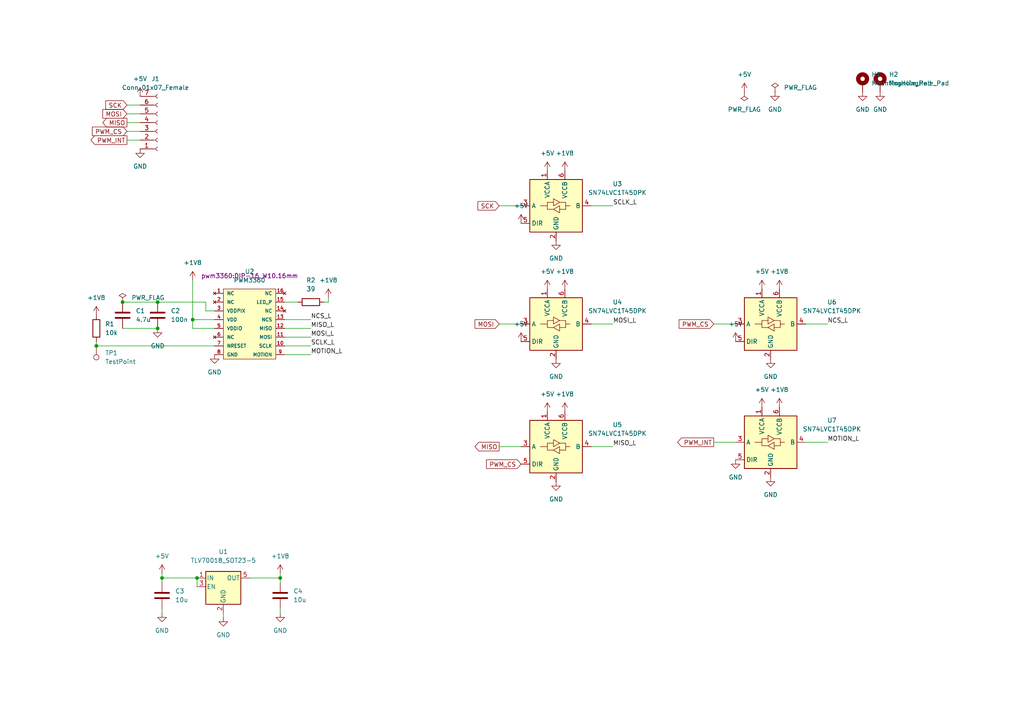
<source format=kicad_sch>
(kicad_sch (version 20211123) (generator eeschema)
  (paper "A4")
  (lib_symbols
    (symbol "Connector:Conn_01x07_Female" (pin_names (offset 1.016) hide)
      (property "Reference" "J" (at 0 10.16 0))
      (property "Value" "Conn_01x07_Female" (at 0 -10.16 0))
      (symbol "Conn_01x07_Female_1_1"
        (arc (start 0 -7.112) (mid -0.508 -7.62) (end 0 -8.128) (stroke (width 0.1524)))
        (arc (start 0 -4.572) (mid -0.508 -5.08) (end 0 -5.588) (stroke (width 0.1524)))
        (arc (start 0 -2.032) (mid -0.508 -2.54) (end 0 -3.048) (stroke (width 0.1524)))
        (polyline (pts (xy -1.27 -7.62) (xy -0.508 -7.62)) (stroke (width 0.1524)))
        (polyline (pts (xy -1.27 -5.08) (xy -0.508 -5.08)) (stroke (width 0.1524)))
        (polyline (pts (xy -1.27 -2.54) (xy -0.508 -2.54)) (stroke (width 0.1524)))
        (polyline (pts (xy -1.27 0) (xy -0.508 0)) (stroke (width 0.1524)))
        (polyline (pts (xy -1.27 2.54) (xy -0.508 2.54)) (stroke (width 0.1524)))
        (polyline (pts (xy -1.27 5.08) (xy -0.508 5.08)) (stroke (width 0.1524)))
        (polyline (pts (xy -1.27 7.62) (xy -0.508 7.62)) (stroke (width 0.1524)))
        (arc (start 0 0.508) (mid -0.508 0) (end 0 -0.508) (stroke (width 0.1524)))
        (arc (start 0 3.048) (mid -0.508 2.54) (end 0 2.032) (stroke (width 0.1524)))
        (arc (start 0 5.588) (mid -0.508 5.08) (end 0 4.572) (stroke (width 0.1524)))
        (arc (start 0 8.128) (mid -0.508 7.62) (end 0 7.112) (stroke (width 0.1524)))
        (pin passive line (at -5.08 7.62 0) (length 3.81) (name "Pin_1") (number "1"))
        (pin passive line (at -5.08 5.08 0) (length 3.81) (name "Pin_2") (number "2"))
        (pin passive line (at -5.08 2.54 0) (length 3.81) (name "Pin_3") (number "3"))
        (pin passive line (at -5.08 0 0) (length 3.81) (name "Pin_4") (number "4"))
        (pin passive line (at -5.08 -2.54 0) (length 3.81) (name "Pin_5") (number "5"))
        (pin passive line (at -5.08 -5.08 0) (length 3.81) (name "Pin_6") (number "6"))
        (pin passive line (at -5.08 -7.62 0) (length 3.81) (name "Pin_7") (number "7"))
      )
    )
    (symbol "Connector:TestPoint" (pin_numbers hide) (pin_names (offset 0.762) hide)
      (property "Reference" "TP" (at 0 6.858 0))
      (property "Value" "TestPoint" (at 0 5.08 0))
      (symbol "TestPoint_0_1"
        (circle (center 0 3.302) (radius 0.762))
      )
      (symbol "TestPoint_1_1"
        (pin passive line (at 0 0 90) (length 2.54) (name "1") (number "1"))
      )
    )
    (symbol "Device:C" (pin_numbers hide) (pin_names (offset 0.254))
      (property "Reference" "C" (at 0.635 2.54 0))
      (property "Value" "C" (at 0.635 -2.54 0))
      (symbol "C_0_1"
        (polyline (pts (xy -2.032 -0.762) (xy 2.032 -0.762)) (stroke (width 0.508)))
        (polyline (pts (xy -2.032 0.762) (xy 2.032 0.762)) (stroke (width 0.508)))
      )
      (symbol "C_1_1"
        (pin passive line (at 0 3.81 270) (length 2.794) (name "~") (number "1"))
        (pin passive line (at 0 -3.81 90) (length 2.794) (name "~") (number "2"))
      )
    )
    (symbol "Device:R" (pin_numbers hide) (pin_names (offset 0))
      (property "Reference" "R" (at 2.032 0 90))
      (property "Value" "R" (at 0 0 90))
      (symbol "R_0_1"
        (rectangle (start -1.016 -2.54) (end 1.016 2.54) (stroke (width 0.254)))
      )
      (symbol "R_1_1"
        (pin passive line (at 0 3.81 270) (length 1.27) (name "~") (number "1"))
        (pin passive line (at 0 -3.81 90) (length 1.27) (name "~") (number "2"))
      )
    )
    (symbol "Logic_LevelTranslator:SN74LVC1T45DRL"
      (property "Reference" "U" (at -6.35 8.89 0))
      (property "Value" "SN74LVC1T45DRL" (at 3.81 8.89 0))
      (symbol "SN74LVC1T45DRL_0_1"
        (rectangle (start -7.62 7.62) (end 7.62 -7.62) (stroke (width 0.254)) (fill (type background)))
        (polyline (pts (xy -2.54 0) (xy -2.54 1.016) (xy -0.762 1.016)))
        (polyline (pts (xy 2.794 0) (xy 2.794 -1.016) (xy 1.016 -1.016)))
        (polyline (pts (xy -0.762 -1.016) (xy -2.54 -1.016) (xy -2.54 0) (xy -4.572 0)))
        (polyline (pts (xy -0.762 0) (xy -0.762 2.032) (xy 1.016 1.016) (xy -0.762 0)))
        (polyline (pts (xy 1.016 1.016) (xy 2.794 1.016) (xy 2.794 0) (xy 4.064 0)))
        (polyline (pts (xy 1.016 0) (xy 1.016 -1.778) (xy 1.016 -2.032) (xy -0.762 -1.016) (xy 1.016 0)))
      )
      (symbol "SN74LVC1T45DRL_1_1"
        (pin power_in line (at -2.54 10.16 270) (length 2.54) (name "VCCA") (number "1"))
        (pin power_in line (at 0 -10.16 90) (length 2.54) (name "GND") (number "2"))
        (pin bidirectional line (at -10.16 0 0) (length 2.54) (name "A") (number "3"))
        (pin bidirectional line (at 10.16 0 180) (length 2.54) (name "B") (number "4"))
        (pin input line (at -10.16 -5.08 0) (length 2.54) (name "DIR") (number "5"))
        (pin power_in line (at 2.54 10.16 270) (length 2.54) (name "VCCB") (number "6"))
      )
    )
    (symbol "Mechanical:MountingHole_Pad" (pin_numbers hide) (pin_names (offset 1.016) hide)
      (property "Reference" "H" (at 0 6.35 0))
      (property "Value" "MountingHole_Pad" (at 0 4.445 0))
      (symbol "MountingHole_Pad_0_1"
        (circle (center 0 1.27) (radius 1.27) (stroke (width 1.27)))
      )
      (symbol "MountingHole_Pad_1_1"
        (pin input line (at 0 -2.54 90) (length 2.54) (name "1") (number "1"))
      )
    )
    (symbol "Regulator_Linear:TLV70018_SOT23-5" (pin_names (offset 0.254))
      (property "Reference" "U" (at -3.81 5.715 0))
      (property "Value" "TLV70018_SOT23-5" (at 0 5.715 0))
      (symbol "TLV70018_SOT23-5_0_1"
        (rectangle (start -5.08 4.445) (end 5.08 -5.08) (stroke (width 0.254)) (fill (type background)))
      )
      (symbol "TLV70018_SOT23-5_1_1"
        (pin power_in line (at -7.62 2.54 0) (length 2.54) (name "IN") (number "1"))
        (pin power_in line (at 0 -7.62 90) (length 2.54) (name "GND") (number "2"))
        (pin input line (at -7.62 0 0) (length 2.54) (name "EN") (number "3"))
        (pin no_connect line (at 5.08 0 180) (length 2.54) hide (name "NC") (number "4"))
        (pin power_out line (at 7.62 2.54 180) (length 2.54) (name "OUT") (number "5"))
      )
    )
    (symbol "power:+1V8" (power) (pin_names (offset 0))
      (property "Value" "+1V8" (at 0 3.556 0))
      (symbol "+1V8_0_1"
        (polyline (pts (xy -0.762 1.27) (xy 0 2.54)))
        (polyline (pts (xy 0 0) (xy 0 2.54)))
        (polyline (pts (xy 0 2.54) (xy 0.762 1.27)))
      )
      (symbol "+1V8_1_1"
        (pin power_in line (at 0 0 90) (length 0) hide (name "+1V8") (number "1"))
      )
    )
    (symbol "power:+5V" (power) (pin_names (offset 0))
      (property "Value" "+5V" (at 0 3.556 0))
      (symbol "+5V_0_1"
        (polyline (pts (xy -0.762 1.27) (xy 0 2.54)))
        (polyline (pts (xy 0 0) (xy 0 2.54)))
        (polyline (pts (xy 0 2.54) (xy 0.762 1.27)))
      )
      (symbol "+5V_1_1"
        (pin power_in line (at 0 0 90) (length 0) hide (name "+5V") (number "1"))
      )
    )
    (symbol "power:GND" (power) (pin_names (offset 0))
      (property "Value" "GND" (at 0 -3.81 0))
      (symbol "GND_0_1"
        (polyline (pts (xy 0 0) (xy 0 -1.27) (xy 1.27 -1.27) (xy 0 -2.54) (xy -1.27 -1.27) (xy 0 -1.27)))
      )
      (symbol "GND_1_1"
        (pin power_in line (at 0 0 270) (length 0) hide (name "GND") (number "1"))
      )
    )
    (symbol "power:PWR_FLAG" (power) (pin_numbers hide) (pin_names (offset 0) hide)
      (property "Value" "PWR_FLAG" (at 0 3.81 0))
      (symbol "PWR_FLAG_0_0"
        (pin power_out line (at 0 0 90) (length 0) (name "pwr") (number "1"))
      )
      (symbol "PWR_FLAG_0_1"
        (polyline (pts (xy 0 0) (xy 0 1.27) (xy -1.016 1.905) (xy 0 2.54) (xy 1.016 1.905) (xy 0 1.27)))
      )
    )
    (symbol "pwm3360:PWM3360" (pin_names (offset 1.016))
      (property "Reference" "U" (at 0 13.97 0))
      (property "Value" "PWM3360" (at 0.254 12.446 0))
      (symbol "PWM3360_0_1"
        (rectangle (start -7.62 10.16) (end 7.62 -10.16) (fill (type background)))
      )
      (symbol "PWM3360_1_1"
        (pin no_connect line (at -10.16 8.89 0) (length 2.54) (name "NC") (number "1"))
        (pin input line (at 10.16 -6.35 180) (length 2.54) (name "SCLK") (number "10"))
        (pin input line (at 10.16 -3.81 180) (length 2.54) (name "MOSI") (number "11"))
        (pin output line (at 10.16 -1.27 180) (length 2.54) (name "MISO") (number "12"))
        (pin input line (at 10.16 1.27 180) (length 2.54) (name "NCS") (number "13"))
        (pin no_connect line (at 10.16 3.81 180) (length 2.54) (name "NC") (number "14"))
        (pin input line (at 10.16 6.35 180) (length 2.54) (name "LED_P") (number "15"))
        (pin no_connect line (at 10.16 8.89 180) (length 2.54) (name "NC") (number "16"))
        (pin no_connect line (at -10.16 6.35 0) (length 2.54) (name "NC") (number "2"))
        (pin power_in line (at -10.16 3.81 0) (length 2.54) (name "VDDPIX") (number "3"))
        (pin power_in line (at -10.16 1.27 0) (length 2.54) (name "VDD") (number "4"))
        (pin power_in line (at -10.16 -1.27 0) (length 2.54) (name "VDDIO") (number "5"))
        (pin no_connect line (at -10.16 -3.81 0) (length 2.54) (name "NC") (number "6"))
        (pin input line (at -10.16 -6.35 0) (length 2.54) (name "NRESET") (number "7"))
        (pin power_in line (at -10.16 -8.89 0) (length 2.54) (name "GND") (number "8"))
        (pin output line (at 10.16 -8.89 180) (length 2.54) (name "MOTION") (number "9"))
      )
    )
  )
  (junction (at 45.72 87.63))
  (junction (at 57.15 167.64))
  (junction (at 35.56 87.63))
  (junction (at 46.99 167.64))
  (junction (at 81.28 167.64))
  (junction (at 27.94 100.33))
  (junction (at 45.72 95.25))
  (junction (at 55.88 92.71))
  (wire (pts (xy 81.28 166.37) (xy 81.28 167.64)))
  (wire (pts (xy 82.55 92.71) (xy 90.17 92.71)))
  (wire (pts (xy 233.68 93.98) (xy 240.03 93.98)))
  (wire (pts (xy 171.45 93.98) (xy 177.8 93.98)))
  (wire (pts (xy 64.77 177.8) (xy 64.77 179.07)))
  (wire (pts (xy 36.83 38.1) (xy 40.64 38.1)))
  (wire (pts (xy 55.88 92.71) (xy 62.23 92.71)))
  (wire (pts (xy 62.23 90.17) (xy 59.69 90.17)))
  (wire (pts (xy 233.68 128.27) (xy 240.03 128.27)))
  (wire (pts (xy 82.55 102.87) (xy 90.17 102.87)))
  (wire (pts (xy 27.94 99.06) (xy 27.94 100.33)))
  (wire (pts (xy 55.88 81.28) (xy 55.88 92.71)))
  (wire (pts (xy 82.55 97.79) (xy 90.17 97.79)))
  (wire (pts (xy 144.78 59.69) (xy 151.13 59.69)))
  (wire (pts (xy 62.23 95.25) (xy 55.88 95.25)))
  (wire (pts (xy 81.28 176.53) (xy 81.28 177.8)))
  (wire (pts (xy 36.83 33.02) (xy 40.64 33.02)))
  (wire (pts (xy 36.83 40.64) (xy 40.64 40.64)))
  (wire (pts (xy 82.55 100.33) (xy 90.17 100.33)))
  (wire (pts (xy 207.01 128.27) (xy 213.36 128.27)))
  (wire (pts (xy 72.39 167.64) (xy 81.28 167.64)))
  (wire (pts (xy 46.99 166.37) (xy 46.99 167.64)))
  (wire (pts (xy 57.15 167.64) (xy 57.15 170.18)))
  (wire (pts (xy 82.55 87.63) (xy 86.36 87.63)))
  (wire (pts (xy 95.25 87.63) (xy 93.98 87.63)))
  (wire (pts (xy 59.69 87.63) (xy 45.72 87.63)))
  (wire (pts (xy 36.83 35.56) (xy 40.64 35.56)))
  (wire (pts (xy 144.78 129.54) (xy 151.13 129.54)))
  (wire (pts (xy 35.56 95.25) (xy 45.72 95.25)))
  (wire (pts (xy 171.45 129.54) (xy 177.8 129.54)))
  (wire (pts (xy 27.94 100.33) (xy 62.23 100.33)))
  (wire (pts (xy 35.56 87.63) (xy 45.72 87.63)))
  (wire (pts (xy 81.28 167.64) (xy 81.28 168.91)))
  (wire (pts (xy 46.99 167.64) (xy 57.15 167.64)))
  (wire (pts (xy 55.88 95.25) (xy 55.88 92.71)))
  (wire (pts (xy 207.01 93.98) (xy 213.36 93.98)))
  (wire (pts (xy 82.55 95.25) (xy 90.17 95.25)))
  (wire (pts (xy 46.99 167.64) (xy 46.99 168.91)))
  (wire (pts (xy 36.83 30.48) (xy 40.64 30.48)))
  (wire (pts (xy 95.25 86.36) (xy 95.25 87.63)))
  (wire (pts (xy 144.78 93.98) (xy 151.13 93.98)))
  (wire (pts (xy 59.69 90.17) (xy 59.69 87.63)))
  (wire (pts (xy 46.99 176.53) (xy 46.99 177.8)))
  (wire (pts (xy 171.45 59.69) (xy 177.8 59.69)))
  (label "MOSI_L" (at 177.8 93.98 0))
  (label "MOTION_L" (at 90.17 102.87 0))
  (label "MOTION_L" (at 240.03 128.27 0))
  (label "SCLK_L" (at 177.8 59.69 0))
  (label "NCS_L" (at 240.03 93.98 0))
  (label "MISO_L" (at 90.17 95.25 0))
  (label "SCLK_L" (at 90.17 100.33 0))
  (label "MOSI_L" (at 90.17 97.79 0))
  (label "MISO_L" (at 177.8 129.54 0))
  (label "NCS_L" (at 90.17 92.71 0))
  (global_label "PWM_CS" (shape input) (at 36.83 38.1 180) (property "Intersheet References" "${INTERSHEET_REFS}" (effects hide)))
  (global_label "PWM_CS" (shape input) (at 207.01 93.98 180) (property "Intersheet References" "${INTERSHEET_REFS}" (effects hide)))
  (global_label "PWM_CS" (shape input) (at 151.13 134.62 180) (property "Intersheet References" "${INTERSHEET_REFS}" (effects hide)))
  (global_label "SCK" (shape input) (at 144.78 59.69 180) (property "Intersheet References" "${INTERSHEET_REFS}" (effects hide)))
  (global_label "MOSI" (shape input) (at 144.78 93.98 180) (property "Intersheet References" "${INTERSHEET_REFS}" (effects hide)))
  (global_label "PWM_INT" (shape output) (at 36.83 40.64 180) (property "Intersheet References" "${INTERSHEET_REFS}" (effects hide)))
  (global_label "MISO" (shape output) (at 36.83 35.56 180) (property "Intersheet References" "${INTERSHEET_REFS}" (effects hide)))
  (global_label "MOSI" (shape input) (at 36.83 33.02 180) (property "Intersheet References" "${INTERSHEET_REFS}" (effects hide)))
  (global_label "MISO" (shape output) (at 144.78 129.54 180) (property "Intersheet References" "${INTERSHEET_REFS}" (effects hide)))
  (global_label "SCK" (shape input) (at 36.83 30.48 180) (property "Intersheet References" "${INTERSHEET_REFS}" (effects hide)))
  (global_label "PWM_INT" (shape output) (at 207.01 128.27 180) (property "Intersheet References" "${INTERSHEET_REFS}" (effects hide)))
  (symbol (lib_id "power:+1V8") (at 163.83 119.38 0) (unit 1)
    (property "Reference" "#PWR0115" (effects hide))
    (property "Value" "+1V8" (at 163.83 114.3 0))
  )
  (symbol (lib_id "power:GND") (at 255.27 26.67 0) (unit 1)
    (property "Reference" "#PWR0131" (effects hide))
    (property "Value" "GND" (at 255.27 31.75 0))
  )
  (symbol (lib_id "power:PWR_FLAG") (at 224.79 26.67 0) (unit 1)
    (property "Reference" "#FLG0101" (effects hide))
    (property "Value" "PWR_FLAG" (at 227.33 25.3999 0) (effects (justify left)))
  )
  (symbol (lib_id "power:+5V") (at 40.64 27.94 0) (unit 1)
    (property "Reference" "#PWR0101" (effects hide))
    (property "Value" "+5V" (at 40.64 22.86 0))
  )
  (symbol (lib_id "power:+1V8") (at 163.83 49.53 0) (unit 1)
    (property "Reference" "#PWR0135" (effects hide))
    (property "Value" "+1V8" (at 163.83 44.45 0))
  )
  (symbol (lib_id "power:+1V8") (at 81.28 166.37 0) (unit 1)
    (property "Reference" "#PWR0106" (effects hide))
    (property "Value" "+1V8" (at 81.28 161.29 0))
  )
  (symbol (lib_id "power:+5V") (at 158.75 119.38 0) (unit 1)
    (property "Reference" "#PWR0116" (effects hide))
    (property "Value" "+5V" (at 158.75 114.3 0))
  )
  (symbol (lib_id "Logic_LevelTranslator:SN74LVC1T45DRL") (at 161.29 93.98 0) (unit 1)
    (property "Reference" "U4" (at 179.07 87.63 0))
    (property "Value" "SN74LVC1T45DPK" (at 179.07 90.17 0))
    (property "Footprint" "pwm3360:USON-6" (effects hide))
    (property "Datasheet" "http://www.ti.com/lit/ds/symlink/sn74lvc1t45.pdf" (effects hide))
  )
  (symbol (lib_id "Device:R") (at 90.17 87.63 90) (unit 1)
    (property "Reference" "R2" (at 90.17 81.28 90))
    (property "Value" "39" (at 90.17 83.82 90))
    (property "Footprint" "Resistor_SMD:R_0603_1608Metric" (effects hide))
  )
  (symbol (lib_id "power:+5V") (at 151.13 64.77 0) (unit 1)
    (property "Reference" "#PWR0113" (effects hide))
    (property "Value" "+5V" (at 151.13 59.69 0))
  )
  (symbol (lib_id "power:GND") (at 62.23 102.87 0) (unit 1)
    (property "Reference" "#PWR0111" (effects hide))
    (property "Value" "GND" (at 62.23 107.95 0))
  )
  (symbol (lib_id "Connector:TestPoint") (at 27.94 100.33 180) (unit 1)
    (property "Reference" "TP1" (at 30.48 102.3619 0) (effects (justify right)))
    (property "Value" "TestPoint" (at 30.48 104.9019 0) (effects (justify right)))
    (property "Footprint" "TestPoint:TestPoint_Pad_D1.5mm" (effects hide))
  )
  (symbol (lib_id "power:GND") (at 250.19 26.67 0) (unit 1)
    (property "Reference" "#PWR0130" (effects hide))
    (property "Value" "GND" (at 250.19 31.75 0))
  )
  (symbol (lib_id "Device:C") (at 35.56 91.44 0) (unit 1)
    (property "Reference" "C1" (at 39.37 90.1699 0) (effects (justify left)))
    (property "Value" "4.7u" (at 39.37 92.7099 0) (effects (justify left)))
    (property "Footprint" "Capacitor_SMD:C_0603_1608Metric" (effects hide))
  )
  (symbol (lib_id "power:+1V8") (at 226.06 118.11 0) (unit 1)
    (property "Reference" "#PWR0124" (effects hide))
    (property "Value" "+1V8" (at 226.06 113.03 0))
  )
  (symbol (lib_id "power:+5V") (at 158.75 49.53 0) (unit 1)
    (property "Reference" "#PWR0136" (effects hide))
    (property "Value" "+5V" (at 158.75 44.45 0))
  )
  (symbol (lib_id "Logic_LevelTranslator:SN74LVC1T45DRL") (at 161.29 129.54 0) (unit 1)
    (property "Reference" "U5" (at 179.07 123.19 0))
    (property "Value" "SN74LVC1T45DPK" (at 179.07 125.73 0))
    (property "Footprint" "pwm3360:USON-6" (effects hide))
    (property "Datasheet" "http://www.ti.com/lit/ds/symlink/sn74lvc1t45.pdf" (effects hide))
  )
  (symbol (lib_id "power:GND") (at 40.64 43.18 0) (unit 1)
    (property "Reference" "#PWR0102" (effects hide))
    (property "Value" "GND" (at 40.64 48.26 0))
  )
  (symbol (lib_id "Connector:Conn_01x07_Female") (at 45.72 35.56 0) (mirror x) (unit 1)
    (property "Reference" "J1" (at 45.085 22.86 0))
    (property "Value" "Conn_01x07_Female" (at 45.085 25.4 0))
    (property "Footprint" "Connector_JST:JST_PH_B7B-PH-K_1x07_P2.00mm_Vertical" (effects hide))
  )
  (symbol (lib_id "power:GND") (at 213.36 133.35 0) (unit 1)
    (property "Reference" "#PWR0122" (effects hide))
    (property "Value" "GND" (at 213.36 138.43 0))
  )
  (symbol (lib_id "Logic_LevelTranslator:SN74LVC1T45DRL") (at 223.52 93.98 0) (unit 1)
    (property "Reference" "U6" (at 241.3 87.63 0))
    (property "Value" "SN74LVC1T45DPK" (at 241.3 90.17 0))
    (property "Footprint" "pwm3360:USON-6" (effects hide))
    (property "Datasheet" "http://www.ti.com/lit/ds/symlink/sn74lvc1t45.pdf" (effects hide))
  )
  (symbol (lib_id "power:GND") (at 81.28 177.8 0) (unit 1)
    (property "Reference" "#PWR0108" (effects hide))
    (property "Value" "GND" (at 81.28 182.88 0))
  )
  (symbol (lib_id "pwm3360:PWM3360") (at 72.39 93.98 0) (unit 1)
    (property "Reference" "U2" (at 72.39 78.74 0))
    (property "Value" "PWM3360" (at 72.39 81.28 0))
    (property "Footprint" "pwm3360:DIP-16_W10.16mm" (at 72.39 80.01 0))
  )
  (symbol (lib_id "power:+5V") (at 46.99 166.37 0) (unit 1)
    (property "Reference" "#PWR0110" (effects hide))
    (property "Value" "+5V" (at 46.99 161.29 0))
  )
  (symbol (lib_id "Device:R") (at 27.94 95.25 180) (unit 1)
    (property "Reference" "R1" (at 30.48 93.9799 0) (effects (justify right)))
    (property "Value" "10k" (at 30.48 96.5199 0) (effects (justify right)))
    (property "Footprint" "Resistor_SMD:R_0603_1608Metric" (effects hide))
  )
  (symbol (lib_id "power:GND") (at 224.79 26.67 0) (unit 1)
    (property "Reference" "#PWR0133" (effects hide))
    (property "Value" "GND" (at 224.79 31.75 0))
  )
  (symbol (lib_id "Mechanical:MountingHole_Pad") (at 255.27 24.13 0) (unit 1)
    (property "Reference" "H2" (at 257.81 21.5899 0) (effects (justify left)))
    (property "Value" "MountingHole_Pad" (at 257.81 24.1299 0) (effects (justify left)))
    (property "Footprint" "MountingHole:MountingHole_2.2mm_M2_Pad_Via" (effects hide))
  )
  (symbol (lib_id "power:+5V") (at 220.98 83.82 0) (unit 1)
    (property "Reference" "#PWR0129" (effects hide))
    (property "Value" "+5V" (at 220.98 78.74 0))
  )
  (symbol (lib_id "Device:C") (at 46.99 172.72 0) (unit 1)
    (property "Reference" "C3" (at 50.8 171.4499 0) (effects (justify left)))
    (property "Value" "10u" (at 50.8 173.9899 0) (effects (justify left)))
    (property "Footprint" "Capacitor_SMD:C_0603_1608Metric" (effects hide))
  )
  (symbol (lib_id "power:+1V8") (at 27.94 91.44 0) (unit 1)
    (property "Reference" "#PWR0103" (effects hide))
    (property "Value" "+1V8" (at 27.94 86.36 0))
  )
  (symbol (lib_id "power:+5V") (at 213.36 99.06 0) (unit 1)
    (property "Reference" "#PWR0119" (effects hide))
    (property "Value" "+5V" (at 213.36 93.98 0))
  )
  (symbol (lib_id "Device:C") (at 81.28 172.72 0) (unit 1)
    (property "Reference" "C4" (at 85.09 171.4499 0) (effects (justify left)))
    (property "Value" "10u" (at 85.09 173.9899 0) (effects (justify left)))
    (property "Footprint" "Capacitor_SMD:C_0603_1608Metric" (effects hide))
  )
  (symbol (lib_id "power:GND") (at 46.99 177.8 0) (unit 1)
    (property "Reference" "#PWR0109" (effects hide))
    (property "Value" "GND" (at 46.99 182.88 0))
  )
  (symbol (lib_id "power:+1V8") (at 226.06 83.82 0) (unit 1)
    (property "Reference" "#PWR0128" (effects hide))
    (property "Value" "+1V8" (at 226.06 78.74 0))
  )
  (symbol (lib_id "power:GND") (at 64.77 179.07 0) (unit 1)
    (property "Reference" "#PWR0107" (effects hide))
    (property "Value" "GND" (at 64.77 184.15 0))
  )
  (symbol (lib_id "power:GND") (at 223.52 104.14 0) (unit 1)
    (property "Reference" "#PWR0120" (effects hide))
    (property "Value" "GND" (at 223.52 109.22 0))
  )
  (symbol (lib_id "power:GND") (at 223.52 138.43 0) (unit 1)
    (property "Reference" "#PWR0121" (effects hide))
    (property "Value" "GND" (at 223.52 143.51 0))
  )
  (symbol (lib_id "Regulator_Linear:TLV70018_SOT23-5") (at 64.77 170.18 0) (unit 1)
    (property "Reference" "U1" (at 64.77 160.02 0))
    (property "Value" "TLV70018_SOT23-5" (at 64.77 162.56 0))
    (property "Footprint" "Package_TO_SOT_SMD:SOT-23-5" (effects hide))
    (property "Datasheet" "http://www.ti.com/lit/ds/symlink/tlv700.pdf" (effects hide))
  )
  (symbol (lib_id "Device:C") (at 45.72 91.44 0) (unit 1)
    (property "Reference" "C2" (at 49.53 90.1699 0) (effects (justify left)))
    (property "Value" "100n" (at 49.53 92.7099 0) (effects (justify left)))
    (property "Footprint" "Capacitor_SMD:C_0603_1608Metric" (effects hide))
  )
  (symbol (lib_id "Logic_LevelTranslator:SN74LVC1T45DRL") (at 161.29 59.69 0) (unit 1)
    (property "Reference" "U3" (at 179.07 53.34 0))
    (property "Value" "SN74LVC1T45DPK" (at 179.07 55.88 0))
    (property "Footprint" "pwm3360:USON-6" (effects hide))
    (property "Datasheet" "http://www.ti.com/lit/ds/symlink/sn74lvc1t45.pdf" (effects hide))
  )
  (symbol (lib_id "Logic_LevelTranslator:SN74LVC1T45DRL") (at 223.52 128.27 0) (unit 1)
    (property "Reference" "U7" (at 241.3 121.92 0))
    (property "Value" "SN74LVC1T45DPK" (at 241.3 124.46 0))
    (property "Footprint" "pwm3360:USON-6" (effects hide))
    (property "Datasheet" "http://www.ti.com/lit/ds/symlink/sn74lvc1t45.pdf" (effects hide))
  )
  (symbol (lib_id "power:GND") (at 161.29 139.7 0) (unit 1)
    (property "Reference" "#PWR0117" (effects hide))
    (property "Value" "GND" (at 161.29 144.78 0))
  )
  (symbol (lib_id "power:+1V8") (at 55.88 81.28 0) (unit 1)
    (property "Reference" "#PWR0105" (effects hide))
    (property "Value" "+1V8" (at 55.88 76.2 0))
  )
  (symbol (lib_id "power:GND") (at 161.29 104.14 0) (unit 1)
    (property "Reference" "#PWR0118" (effects hide))
    (property "Value" "GND" (at 161.29 109.22 0))
  )
  (symbol (lib_id "power:+5V") (at 158.75 83.82 0) (unit 1)
    (property "Reference" "#PWR0127" (effects hide))
    (property "Value" "+5V" (at 158.75 78.74 0))
  )
  (symbol (lib_id "power:PWR_FLAG") (at 215.9 26.67 180) (unit 1)
    (property "Reference" "#FLG0102" (effects hide))
    (property "Value" "PWR_FLAG" (at 215.9 31.75 0))
  )
  (symbol (lib_id "power:+5V") (at 220.98 118.11 0) (unit 1)
    (property "Reference" "#PWR0123" (effects hide))
    (property "Value" "+5V" (at 220.98 113.03 0))
  )
  (symbol (lib_id "power:+1V8") (at 163.83 83.82 0) (unit 1)
    (property "Reference" "#PWR0126" (effects hide))
    (property "Value" "+1V8" (at 163.83 78.74 0))
  )
  (symbol (lib_id "power:+1V8") (at 95.25 86.36 0) (unit 1)
    (property "Reference" "#PWR0112" (effects hide))
    (property "Value" "+1V8" (at 95.25 81.28 0))
  )
  (symbol (lib_id "power:+5V") (at 215.9 26.67 0) (unit 1)
    (property "Reference" "#PWR0132" (effects hide))
    (property "Value" "+5V" (at 215.9 21.59 0))
  )
  (symbol (lib_id "power:+5V") (at 151.13 99.06 0) (unit 1)
    (property "Reference" "#PWR0114" (effects hide))
    (property "Value" "+5V" (at 151.13 93.98 0))
  )
  (symbol (lib_id "Mechanical:MountingHole_Pad") (at 250.19 24.13 0) (unit 1)
    (property "Reference" "H1" (at 252.73 21.5899 0) (effects (justify left)))
    (property "Value" "MountingHole_Pad" (at 252.73 24.1299 0) (effects (justify left)))
    (property "Footprint" "MountingHole:MountingHole_2.2mm_M2_Pad_Via" (effects hide))
  )
  (symbol (lib_id "power:PWR_FLAG") (at 35.56 87.63 0) (unit 1)
    (property "Reference" "#FLG0103" (effects hide))
    (property "Value" "PWR_FLAG" (at 38.1 86.3599 0) (effects (justify left)))
  )
  (symbol (lib_id "power:GND") (at 161.29 69.85 0) (unit 1)
    (property "Reference" "#PWR0125" (effects hide))
    (property "Value" "GND" (at 161.29 74.93 0))
  )
  (symbol (lib_id "power:GND") (at 45.72 95.25 0) (unit 1)
    (property "Reference" "#PWR0104" (effects hide))
    (property "Value" "GND" (at 45.72 100.33 0))
  )
)
</source>
